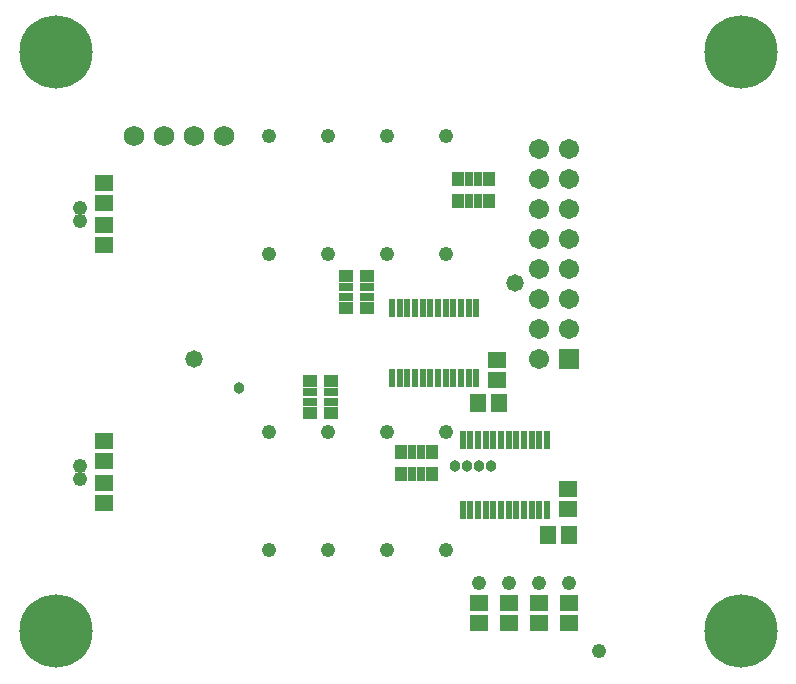
<source format=gbs>
G04 Layer_Color=16711935*
%FSLAX25Y25*%
%MOIN*%
G70*
G01*
G75*
%ADD34R,0.06706X0.06706*%
%ADD35C,0.06706*%
%ADD36C,0.06800*%
%ADD37C,0.24409*%
%ADD38C,0.04800*%
%ADD39C,0.05800*%
%ADD40C,0.03800*%
%ADD41R,0.05328X0.06115*%
%ADD42R,0.04934X0.03162*%
%ADD43R,0.04934X0.04147*%
%ADD44R,0.06115X0.05328*%
%ADD45R,0.03162X0.04934*%
%ADD46R,0.04147X0.04934*%
%ADD47R,0.02375X0.06312*%
D34*
X100000Y-5236D02*
D03*
D35*
X90000D02*
D03*
X100000Y4764D02*
D03*
X90000D02*
D03*
X100000Y14764D02*
D03*
X90000D02*
D03*
X100000Y24764D02*
D03*
X90000D02*
D03*
X100000Y34764D02*
D03*
X90000D02*
D03*
X100000Y44764D02*
D03*
X90000D02*
D03*
X100000Y54764D02*
D03*
X90000D02*
D03*
X100000Y64764D02*
D03*
X90000D02*
D03*
D36*
X-45000Y68898D02*
D03*
X-35000D02*
D03*
X-25000D02*
D03*
X-15000D02*
D03*
D37*
X-71220Y-96063D02*
D03*
X157126D02*
D03*
Y96850D02*
D03*
X-71220D02*
D03*
D38*
X109858Y-102858D02*
D03*
X59055Y-68968D02*
D03*
X39370D02*
D03*
X19685D02*
D03*
X-0D02*
D03*
X59055Y-29598D02*
D03*
X39370D02*
D03*
X19685D02*
D03*
X-0D02*
D03*
X19685Y29598D02*
D03*
X39370D02*
D03*
X0D02*
D03*
X59055Y68968D02*
D03*
X39370D02*
D03*
X19685D02*
D03*
X0D02*
D03*
X59055Y29598D02*
D03*
X-63000Y40764D02*
D03*
Y-45276D02*
D03*
Y-41000D02*
D03*
Y45000D02*
D03*
X100000Y-80000D02*
D03*
X90000D02*
D03*
X80000D02*
D03*
X70000D02*
D03*
D39*
X-25000Y-5236D02*
D03*
X82000Y20000D02*
D03*
D40*
X-10000Y-15000D02*
D03*
X66000Y-41000D02*
D03*
X74000D02*
D03*
X70000D02*
D03*
X62000D02*
D03*
D41*
X76445Y-20000D02*
D03*
X69555D02*
D03*
X99945Y-64000D02*
D03*
X93055D02*
D03*
D42*
X13457Y-19575D02*
D03*
Y-16425D02*
D03*
X20543Y-19575D02*
D03*
Y-16425D02*
D03*
X32543Y18575D02*
D03*
Y15425D02*
D03*
X25457Y18575D02*
D03*
Y15425D02*
D03*
D43*
X13457Y-23216D02*
D03*
Y-12784D02*
D03*
X20543Y-23216D02*
D03*
Y-12784D02*
D03*
X32543Y22217D02*
D03*
Y11784D02*
D03*
X25457Y22217D02*
D03*
Y11784D02*
D03*
D44*
X76000Y-5555D02*
D03*
Y-12445D02*
D03*
X99500Y-48555D02*
D03*
Y-55445D02*
D03*
X-55000Y39445D02*
D03*
Y32555D02*
D03*
Y46555D02*
D03*
Y53445D02*
D03*
Y-39445D02*
D03*
Y-32555D02*
D03*
Y-46555D02*
D03*
Y-53445D02*
D03*
X100000Y-86555D02*
D03*
Y-93445D02*
D03*
X90000Y-86555D02*
D03*
Y-93445D02*
D03*
X80000Y-86555D02*
D03*
Y-93445D02*
D03*
X70000Y-86555D02*
D03*
Y-93445D02*
D03*
D45*
X50575Y-43543D02*
D03*
X47425D02*
D03*
X50575Y-36457D02*
D03*
X47425D02*
D03*
X69575Y47457D02*
D03*
X66425D02*
D03*
X69575Y54543D02*
D03*
X66425D02*
D03*
D46*
X54216Y-43543D02*
D03*
X43784D02*
D03*
X54216Y-36457D02*
D03*
X43784D02*
D03*
X73216Y47457D02*
D03*
X62783D02*
D03*
X73216Y54543D02*
D03*
X62783D02*
D03*
D47*
X40925Y11614D02*
D03*
X43484D02*
D03*
X46043D02*
D03*
X48602D02*
D03*
X51161D02*
D03*
X53720D02*
D03*
X56279D02*
D03*
X58839D02*
D03*
X61398D02*
D03*
X63957D02*
D03*
X66516D02*
D03*
X69075D02*
D03*
X40925Y-11614D02*
D03*
X43484D02*
D03*
X46043D02*
D03*
X48602D02*
D03*
X51161D02*
D03*
X53720D02*
D03*
X56279D02*
D03*
X58839D02*
D03*
X61398D02*
D03*
X63957D02*
D03*
X66516D02*
D03*
X69075D02*
D03*
X64425Y-32386D02*
D03*
X66984D02*
D03*
X69543D02*
D03*
X72102D02*
D03*
X74661D02*
D03*
X77220D02*
D03*
X79779D02*
D03*
X82339D02*
D03*
X84898D02*
D03*
X87457D02*
D03*
X90016D02*
D03*
X92575D02*
D03*
X64425Y-55614D02*
D03*
X66984D02*
D03*
X69543D02*
D03*
X72102D02*
D03*
X74661D02*
D03*
X77220D02*
D03*
X79779D02*
D03*
X82339D02*
D03*
X84898D02*
D03*
X87457D02*
D03*
X90016D02*
D03*
X92575D02*
D03*
M02*

</source>
